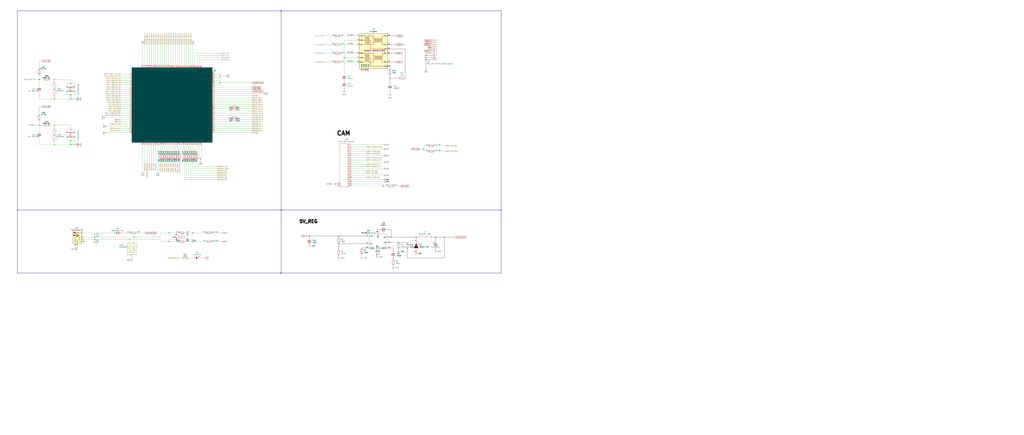
<source format=kicad_sch>
(kicad_sch (version 20250114) (generator "eeschema") (generator_version "9.0")
  (paper "User" 1193.8 508)
  (text "5V_REG" (at 359.664 258.572 0) (effects (font (size 3.81 3.81) (thickness 1.016) (bold yes))))
  (text "CAM" (at 400.558 155.702 0) (effects (font (size 5.08 5.08) (bold yes))))
  (junction (at 496.57 69.85))
  (junction (at 63.5 168.91))
  (junction (at 82.55 151.13))
  (junction (at 224.79 271.78))
  (junction (at 45.72 146.05))
  (junction (at 455.93 276.86))
  (junction (at 394.97 284.48))
  (junction (at 63.5 92.71))
  (junction (at 327.66 245.11))
  (junction (at 82.55 97.79))
  (junction (at 88.9 289.56))
  (junction (at 196.85 271.78))
  (junction (at 584.2 245.11))
  (junction (at 256.54 96.52))
  (junction (at 196.85 281.94))
  (junction (at 151.13 279.4))
  (junction (at 224.79 281.94))
  (junction (at 63.5 146.05))
  (junction (at 82.55 115.57))
  (junction (at 485.14 276.86))
  (junction (at 508 276.86))
  (junction (at 447.04 217.17))
  (junction (at 496.57 64.77))
  (junction (at 110.49 276.86))
  (junction (at 45.72 92.71))
  (junction (at 496.57 67.31))
  (junction (at 360.68 275.59))
  (junction (at 327.66 12.7))
  (junction (at 63.5 115.57))
  (junction (at 256.54 88.9))
  (junction (at 401.32 67.31))
  (junction (at 82.55 110.49))
  (junction (at 233.68 185.42))
  (junction (at 391.16 214.63))
  (junction (at 518.16 276.86))
  (junction (at 20.32 245.11))
  (junction (at 494.03 173.99))
  (junction (at 156.21 276.86))
  (junction (at 82.55 163.83))
  (junction (at 82.55 168.91))
  (junction (at 110.49 279.4))
  (junction (at 454.66 91.44))
  (junction (at 394.97 275.59))
  (junction (at 439.42 297.18))
  (junction (at 327.66 318.77))
  (junction (at 464.82 283.21))
  (no_connect (at 97.79 281.94))
  (wire (pts (xy 45.72 101.6) (xy 45.72 92.71)))
  (wire (pts (xy 269.24 124.46) (xy 250.19 124.46)))
  (wire (pts (xy 191.77 186.69) (xy 191.77 190.5)))
  (wire (pts (xy 421.64 299.72) (xy 421.64 297.18)) (stroke (width 0.1778) (color 0 0 0 1)))
  (wire (pts (xy 222.25 201.93) (xy 252.73 201.93)))
  (wire (pts (xy 269.24 137.16) (xy 250.19 137.16)))
  (wire (pts (xy 252.73 199.39) (xy 224.79 199.39)))
  (wire (pts (xy 97.79 279.4) (xy 110.49 279.4)))
  (wire (pts (xy 458.47 311.15) (xy 458.47 309.88)) (stroke (width 0.1778) (color 0 0 0 1)))
  (wire (pts (xy 394.97 284.48) (xy 394.97 290.83)) (stroke (width 0.1778) (color 0 0 0 1)))
  (wire (pts (xy 219.71 52.07) (xy 219.71 76.2)))
  (bus (pts (xy 20.32 245.11) (xy 20.32 318.77)))
  (wire (pts (xy 201.93 186.69) (xy 201.93 190.5)))
  (wire (pts (xy 252.73 209.55) (xy 214.63 209.55)))
  (wire (pts (xy 401.32 46.99) (xy 416.56 46.99)))
  (wire (pts (xy 140.97 109.22) (xy 151.13 109.22)))
  (wire (pts (xy 186.69 276.86) (xy 186.69 271.78)))
  (wire (pts (xy 140.97 96.52) (xy 151.13 96.52)))
  (wire (pts (xy 140.97 99.06) (xy 151.13 99.06)))
  (wire (pts (xy 176.53 168.91) (xy 176.53 190.5)))
  (wire (pts (xy 171.45 168.91) (xy 171.45 190.5)))
  (wire (pts (xy 440.69 267.97) (xy 443.23 267.97)) (stroke (width 0.1778) (color 0 0 0 1)))
  (wire (pts (xy 461.01 72.39) (xy 454.66 72.39)) (stroke (width 0.1778) (color 0 0 0 1)))
  (wire (pts (xy 397.51 62.23) (xy 416.56 62.23)))
  (wire (pts (xy 45.72 146.05) (xy 50.8 146.05)))
  (wire (pts (xy 82.55 168.91) (xy 82.55 163.83)) (stroke (width 0.254)))
  (wire (pts (xy 410.21 194.31) (xy 426.72 194.31)))
  (wire (pts (xy 87.63 151.13) (xy 87.63 154.94)))
  (wire (pts (xy 208.28 281.94) (xy 196.85 281.94)))
  (wire (pts (xy 496.57 64.77) (xy 504.19 64.77)) (stroke (width 0.1778) (color 0 0 0 1)))
  (wire (pts (xy 184.15 52.07) (xy 184.15 76.2)))
  (wire (pts (xy 199.39 52.07) (xy 199.39 76.2)))
  (wire (pts (xy 232.41 67.31) (xy 257.81 67.31)))
  (wire (pts (xy 219.71 168.91) (xy 219.71 179.07)))
  (wire (pts (xy 45.72 80.01) (xy 45.72 71.12)))
  (wire (pts (xy 293.37 104.14) (xy 250.19 104.14)))
  (wire (pts (xy 232.41 185.42) (xy 233.68 185.42)))
  (bus (pts (xy 327.66 245.11) (xy 327.66 318.77)))
  (wire (pts (xy 394.97 299.72) (xy 394.97 298.45)) (stroke (width 0.1778) (color 0 0 0 1)))
  (wire (pts (xy 458.47 302.26) (xy 458.47 300.99)) (stroke (width 0.1778) (color 0 0 0 1)))
  (wire (pts (xy 209.55 168.91) (xy 209.55 179.07)))
  (wire (pts (xy 250.19 99.06) (xy 256.54 99.06)))
  (wire (pts (xy 494.03 176.53) (xy 494.03 173.99)))
  (wire (pts (xy 377.19 52.07) (xy 389.89 52.07)))
  (bus (pts (xy 327.66 12.7) (xy 584.2 12.7)))
  (wire (pts (xy 181.61 52.07) (xy 181.61 76.2)))
  (wire (pts (xy 140.97 111.76) (xy 151.13 111.76)))
  (wire (pts (xy 397.51 52.07) (xy 416.56 52.07)))
  (wire (pts (xy 506.73 176.53) (xy 519.43 176.53)))
  (bus (pts (xy 20.32 318.77) (xy 327.66 318.77)))
  (wire (pts (xy 394.97 275.59) (xy 425.45 275.59)) (stroke (width 0.1778) (color 0 0 0 1)))
  (wire (pts (xy 214.63 168.91) (xy 214.63 179.07)))
  (wire (pts (xy 454.66 105.41) (xy 454.66 109.22)) (stroke (width 0.1778) (color 0 0 0 1)))
  (wire (pts (xy 77.47 160.02) (xy 77.47 163.83)))
  (wire (pts (xy 63.5 114.3) (xy 63.5 115.57)))
  (wire (pts (xy 397.51 41.91) (xy 416.56 41.91)))
  (wire (pts (xy 392.43 217.17) (xy 391.16 217.17)))
  (wire (pts (xy 233.68 185.42) (xy 234.95 185.42)))
  (wire (pts (xy 204.47 52.07) (xy 204.47 76.2)))
  (wire (pts (xy 293.37 152.4) (xy 250.19 152.4)))
  (wire (pts (xy 450.85 267.97) (xy 455.93 267.97)) (stroke (width 0.1778) (color 0 0 0 1)))
  (wire (pts (xy 224.79 281.94) (xy 224.79 279.4)))
  (wire (pts (xy 506.73 170.18) (xy 519.43 170.18)))
  (wire (pts (xy 45.72 160.02) (xy 45.72 168.91)))
  (wire (pts (xy 63.5 167.64) (xy 63.5 168.91)))
  (wire (pts (xy 234.95 185.42) (xy 234.95 168.91)))
  (wire (pts (xy 194.31 168.91) (xy 194.31 179.07)))
  (wire (pts (xy 401.32 95.25) (xy 401.32 93.98)) (stroke (width 0.1778) (color 0 0 0 1)))
  (wire (pts (xy 110.49 279.4) (xy 151.13 279.4)))
  (wire (pts (xy 455.93 267.97) (xy 455.93 276.86)) (stroke (width 0.1778) (color 0 0 0 1)))
  (wire (pts (xy 447.04 217.17) (xy 452.12 217.17)))
  (wire (pts (xy 293.37 119.38) (xy 250.19 119.38)))
  (bus (pts (xy 327.66 245.11) (xy 20.32 245.11)))
  (wire (pts (xy 184.15 168.91) (xy 184.15 200.66)))
  (wire (pts (xy 410.21 168.91) (xy 447.04 168.91)))
  (wire (pts (xy 63.5 146.05) (xy 58.42 146.05)))
  (wire (pts (xy 410.21 179.07) (xy 426.72 179.07)))
  (wire (pts (xy 82.55 151.13) (xy 77.47 151.13)))
  (wire (pts (xy 356.87 275.59) (xy 360.68 275.59)) (stroke (width 0.1778) (color 0 0 0 1)))
  (wire (pts (xy 179.07 168.91) (xy 179.07 190.5)))
  (wire (pts (xy 224.79 271.78) (xy 240.03 271.78)))
  (wire (pts (xy 140.97 149.86) (xy 151.13 149.86)))
  (wire (pts (xy 97.79 271.78) (xy 132.08 271.78)))
  (wire (pts (xy 441.96 295.91) (xy 441.96 297.18)) (stroke (width 0.1778) (color 0 0 0 1)))
  (bus (pts (xy 20.32 12.7) (xy 20.32 245.11)))
  (wire (pts (xy 410.21 214.63) (xy 447.04 214.63)))
  (wire (pts (xy 196.85 281.94) (xy 196.85 279.4)))
  (wire (pts (xy 87.63 97.79) (xy 87.63 101.6)))
  (wire (pts (xy 209.55 52.07) (xy 209.55 76.2)))
  (wire (pts (xy 401.32 86.36) (xy 401.32 67.31)))
  (wire (pts (xy 410.21 212.09) (xy 447.04 212.09)))
  (wire (pts (xy 189.23 52.07) (xy 189.23 76.2)))
  (wire (pts (xy 189.23 186.69) (xy 189.23 190.5)))
  (wire (pts (xy 194.31 52.07) (xy 194.31 76.2)))
  (wire (pts (xy 410.21 184.15) (xy 426.72 184.15)))
  (wire (pts (xy 217.17 207.01) (xy 252.73 207.01)))
  (wire (pts (xy 156.21 276.86) (xy 186.69 276.86)))
  (wire (pts (xy 214.63 52.07) (xy 214.63 76.2)))
  (wire (pts (xy 140.97 124.46) (xy 151.13 124.46)))
  (wire (pts (xy 204.47 186.69) (xy 204.47 190.5)))
  (wire (pts (xy 293.37 142.24) (xy 250.19 142.24)))
  (wire (pts (xy 502.92 59.69) (xy 504.19 59.69)))
  (wire (pts (xy 77.47 97.79) (xy 77.47 101.6)))
  (wire (pts (xy 140.97 91.44) (xy 151.13 91.44)))
  (wire (pts (xy 250.19 88.9) (xy 256.54 88.9)))
  (wire (pts (xy 140.97 104.14) (xy 151.13 104.14)))
  (wire (pts (xy 227.33 76.2) (xy 227.33 62.23)))
  (wire (pts (xy 63.5 168.91) (xy 82.55 168.91)))
  (wire (pts (xy 229.87 186.69) (xy 229.87 194.31)))
  (wire (pts (xy 377.19 62.23) (xy 389.89 62.23)))
  (wire (pts (xy 186.69 281.94) (xy 196.85 281.94)))
  (wire (pts (xy 232.41 168.91) (xy 232.41 185.42)))
  (wire (pts (xy 179.07 52.07) (xy 179.07 76.2)))
  (wire (pts (xy 77.47 163.83) (xy 82.55 163.83)))
  (wire (pts (xy 394.97 276.86) (xy 394.97 275.59)) (stroke (width 0.1778) (color 0 0 0 1)))
  (wire (pts (xy 454.66 87.63) (xy 454.66 91.44)) (stroke (width 0.1778) (color 0 0 0 1)))
  (wire (pts (xy 45.72 140.97) (xy 45.72 146.05)))
  (wire (pts (xy 454.66 91.44) (xy 464.82 91.44)) (stroke (width 0.1778) (color 0 0 0 1)))
  (wire (pts (xy 391.16 217.17) (xy 391.16 214.63)))
  (wire (pts (xy 168.91 52.07) (xy 168.91 76.2)))
  (wire (pts (xy 518.16 300.99) (xy 518.16 276.86)) (stroke (width 0.1778) (color 0 0 0 1)))
  (wire (pts (xy 82.55 92.71) (xy 82.55 97.79)))
  (wire (pts (xy 508 292.1) (xy 508 289.56)) (stroke (width 0.1778) (color 0 0 0 1)))
  (wire (pts (xy 401.32 67.31) (xy 401.32 46.99)))
  (wire (pts (xy 87.63 110.49) (xy 87.63 106.68)))
  (wire (pts (xy 377.19 41.91) (xy 389.89 41.91)))
  (wire (pts (xy 293.37 106.68) (xy 250.19 106.68)))
  (wire (pts (xy 410.21 196.85) (xy 447.04 196.85)))
  (wire (pts (xy 140.97 132.08) (xy 151.13 132.08)))
  (wire (pts (xy 293.37 137.16) (xy 276.86 137.16)))
  (wire (pts (xy 250.19 86.36) (xy 256.54 86.36)))
  (wire (pts (xy 227.33 186.69) (xy 227.33 196.85)))
  (wire (pts (xy 124.46 154.94) (xy 151.13 154.94)))
  (wire (pts (xy 194.31 186.69) (xy 194.31 190.5)))
  (wire (pts (xy 124.46 147.32) (xy 151.13 147.32)))
  (wire (pts (xy 217.17 186.69) (xy 217.17 207.01)))
  (wire (pts (xy 199.39 186.69) (xy 199.39 190.5)))
  (wire (pts (xy 232.41 76.2) (xy 232.41 67.31)))
  (wire (pts (xy 401.32 67.31) (xy 416.56 67.31)))
  (bus (pts (xy 327.66 12.7) (xy 327.66 245.11)))
  (wire (pts (xy 229.87 64.77) (xy 229.87 76.2)))
  (wire (pts (xy 377.19 72.39) (xy 389.89 72.39)))
  (wire (pts (xy 224.79 168.91) (xy 224.79 179.07)))
  (wire (pts (xy 212.09 52.07) (xy 212.09 76.2)))
  (wire (pts (xy 293.37 154.94) (xy 250.19 154.94)))
  (wire (pts (xy 496.57 69.85) (xy 496.57 80.01)) (stroke (width 0.1778) (color 0 0 0 1)))
  (wire (pts (xy 227.33 62.23) (xy 257.81 62.23)))
  (wire (pts (xy 173.99 52.07) (xy 173.99 76.2)))
  (wire (pts (xy 410.21 189.23) (xy 447.04 189.23)))
  (wire (pts (xy 171.45 52.07) (xy 171.45 76.2)))
  (wire (pts (xy 293.37 121.92) (xy 250.19 121.92)))
  (wire (pts (xy 256.54 86.36) (xy 256.54 88.9)))
  (wire (pts (xy 224.79 279.4) (xy 219.71 279.4)))
  (wire (pts (xy 88.9 289.56) (xy 90.17 289.56)))
  (wire (pts (xy 82.55 115.57) (xy 82.55 110.49)) (stroke (width 0.254)))
  (wire (pts (xy 176.53 52.07) (xy 176.53 76.2)))
  (wire (pts (xy 410.21 191.77) (xy 426.72 191.77)))
  (wire (pts (xy 257.81 281.94) (xy 247.65 281.94)))
  (wire (pts (xy 454.66 77.47) (xy 454.66 80.01)) (stroke (width 0.1778) (color 0 0 0 1)))
  (wire (pts (xy 293.37 101.6) (xy 250.19 101.6)))
  (wire (pts (xy 455.93 289.56) (xy 458.47 289.56)) (stroke (width 0.1778) (color 0 0 0 1)))
  (wire (pts (xy 140.97 142.24) (xy 151.13 142.24)))
  (wire (pts (xy 196.85 271.78) (xy 208.28 271.78)))
  (wire (pts (xy 256.54 96.52) (xy 293.37 96.52)))
  (wire (pts (xy 421.64 289.56) (xy 425.45 289.56)) (stroke (width 0.1778) (color 0 0 0 1)))
  (wire (pts (xy 391.16 214.63) (xy 387.35 214.63)))
  (wire (pts (xy 461.01 62.23) (xy 454.66 62.23)) (stroke (width 0.1778) (color 0 0 0 1)))
  (wire (pts (xy 219.71 204.47) (xy 219.71 186.69)))
  (wire (pts (xy 140.97 106.68) (xy 151.13 106.68)))
  (wire (pts (xy 166.37 168.91) (xy 166.37 200.66)))
  (wire (pts (xy 293.37 147.32) (xy 250.19 147.32)))
  (wire (pts (xy 224.79 271.78) (xy 224.79 274.32)))
  (wire (pts (xy 410.21 204.47) (xy 447.04 204.47)))
  (wire (pts (xy 201.93 168.91) (xy 201.93 179.07)))
  (bus (pts (xy 327.66 318.77) (xy 584.2 318.77)))
  (wire (pts (xy 82.55 97.79) (xy 87.63 97.79)))
  (wire (pts (xy 252.73 204.47) (xy 219.71 204.47)))
  (wire (pts (xy 45.72 154.94) (xy 45.72 146.05)))
  (wire (pts (xy 208.28 300.99) (xy 212.09 300.99)))
  (wire (pts (xy 142.24 271.78) (xy 151.13 271.78)))
  (wire (pts (xy 257.81 64.77) (xy 229.87 64.77)))
  (wire (pts (xy 410.21 199.39) (xy 426.72 199.39)))
  (wire (pts (xy 461.01 41.91) (xy 454.66 41.91)) (stroke (width 0.1778) (color 0 0 0 1)))
  (wire (pts (xy 140.97 114.3) (xy 151.13 114.3)))
  (wire (pts (xy 45.72 92.71) (xy 50.8 92.71)))
  (wire (pts (xy 45.72 115.57) (xy 63.5 115.57)))
  (wire (pts (xy 196.85 271.78) (xy 196.85 274.32)))
  (wire (pts (xy 410.21 176.53) (xy 426.72 176.53)))
  (wire (pts (xy 158.75 271.78) (xy 168.91 271.78)))
  (wire (pts (xy 196.85 168.91) (xy 196.85 179.07)))
  (wire (pts (xy 455.93 283.21) (xy 464.82 283.21)) (stroke (width 0.1778) (color 0 0 0 1)))
  (wire (pts (xy 485.14 279.4) (xy 485.14 276.86)) (stroke (width 0.1778) (color 0 0 0 1)))
  (wire (pts (xy 256.54 93.98) (xy 256.54 96.52)))
  (wire (pts (xy 82.55 92.71) (xy 63.5 92.71)))
  (wire (pts (xy 397.51 72.39) (xy 416.56 72.39)))
  (wire (pts (xy 140.97 144.78) (xy 151.13 144.78)))
  (wire (pts (xy 496.57 67.31) (xy 496.57 69.85)) (stroke (width 0.1778) (color 0 0 0 1)))
  (wire (pts (xy 196.85 279.4) (xy 204.47 279.4)))
  (wire (pts (xy 293.37 134.62) (xy 250.19 134.62)))
  (wire (pts (xy 140.97 127) (xy 151.13 127)))
  (wire (pts (xy 153.67 302.26) (xy 153.67 299.72)))
  (wire (pts (xy 461.01 52.07) (xy 454.66 52.07)) (stroke (width 0.1778) (color 0 0 0 1)))
  (wire (pts (xy 257.81 69.85) (xy 234.95 69.85)))
  (wire (pts (xy 90.17 287.02) (xy 90.17 289.56)))
  (wire (pts (xy 215.9 281.94) (xy 224.79 281.94)))
  (wire (pts (xy 250.19 91.44) (xy 256.54 91.44)))
  (wire (pts (xy 189.23 168.91) (xy 189.23 179.07)))
  (wire (pts (xy 229.87 168.91) (xy 229.87 179.07)))
  (wire (pts (xy 87.63 287.02) (xy 87.63 289.56)))
  (wire (pts (xy 63.5 92.71) (xy 58.42 92.71)))
  (wire (pts (xy 224.79 274.32) (xy 219.71 274.32)))
  (wire (pts (xy 186.69 179.07) (xy 186.69 168.91)))
  (wire (pts (xy 199.39 168.91) (xy 199.39 179.07)))
  (wire (pts (xy 140.97 121.92) (xy 151.13 121.92)))
  (wire (pts (xy 191.77 52.07) (xy 191.77 76.2)))
  (wire (pts (xy 269.24 139.7) (xy 250.19 139.7)))
  (wire (pts (xy 508 281.94) (xy 508 276.86)) (stroke (width 0.1778) (color 0 0 0 1)))
  (wire (pts (xy 82.55 163.83) (xy 87.63 163.83)))
  (wire (pts (xy 464.82 283.21) (xy 474.98 283.21)) (stroke (width 0.1778) (color 0 0 0 1)))
  (wire (pts (xy 82.55 110.49) (xy 87.63 110.49)))
  (wire (pts (xy 87.63 115.57) (xy 82.55 115.57)) (stroke (width 0.254)))
  (wire (pts (xy 293.37 116.84) (xy 250.19 116.84)))
  (wire (pts (xy 87.63 163.83) (xy 87.63 160.02)))
  (wire (pts (xy 45.72 124.46) (xy 48.26 124.46)))
  (wire (pts (xy 186.69 279.4) (xy 186.69 281.94)))
  (wire (pts (xy 45.72 168.91) (xy 63.5 168.91)))
  (wire (pts (xy 77.47 151.13) (xy 77.47 154.94)))
  (wire (pts (xy 474.98 300.99) (xy 518.16 300.99)) (stroke (width 0.1778) (color 0 0 0 1)))
  (wire (pts (xy 472.44 57.15) (xy 472.44 91.44)) (stroke (width 0.1778) (color 0 0 0 1)))
  (wire (pts (xy 360.68 278.13) (xy 360.68 275.59)) (stroke (width 0.1778) (color 0 0 0 1)))
  (wire (pts (xy 293.37 132.08) (xy 250.19 132.08)))
  (wire (pts (xy 40.64 146.05) (xy 45.72 146.05)))
  (wire (pts (xy 250.19 109.22) (xy 307.34 109.22)))
  (wire (pts (xy 82.55 97.79) (xy 77.47 97.79)))
  (wire (pts (xy 410.21 186.69) (xy 426.72 186.69)))
  (wire (pts (xy 256.54 91.44) (xy 256.54 88.9)))
  (wire (pts (xy 252.73 194.31) (xy 229.87 194.31)))
  (wire (pts (xy 227.33 196.85) (xy 252.73 196.85)))
  (wire (pts (xy 238.76 300.99) (xy 233.68 300.99)))
  (wire (pts (xy 140.97 152.4) (xy 151.13 152.4)))
  (bus (pts (xy 327.66 245.11) (xy 584.2 245.11)))
  (wire (pts (xy 496.57 62.23) (xy 504.19 62.23)) (stroke (width 0.1778) (color 0 0 0 1)))
  (wire (pts (xy 222.25 168.91) (xy 222.25 179.07)))
  (wire (pts (xy 63.5 115.57) (xy 82.55 115.57)))
  (wire (pts (xy 250.19 93.98) (xy 256.54 93.98)))
  (wire (pts (xy 410.21 207.01) (xy 426.72 207.01)))
  (wire (pts (xy 110.49 276.86) (xy 156.21 276.86)))
  (wire (pts (xy 45.72 71.12) (xy 48.26 71.12)))
  (wire (pts (xy 123.19 137.16) (xy 151.13 137.16)))
  (bus (pts (xy 584.2 245.11) (xy 584.2 12.7)))
  (wire (pts (xy 293.37 149.86) (xy 250.19 149.86)))
  (wire (pts (xy 454.66 91.44) (xy 454.66 97.79)) (stroke (width 0.1778) (color 0 0 0 1)))
  (wire (pts (xy 392.43 214.63) (xy 391.16 214.63)))
  (wire (pts (xy 63.5 92.71) (xy 63.5 93.98)))
  (wire (pts (xy 494.03 170.18) (xy 499.11 170.18)))
  (wire (pts (xy 496.57 64.77) (xy 496.57 67.31)) (stroke (width 0.1778) (color 0 0 0 1)))
  (wire (pts (xy 186.69 190.5) (xy 186.69 186.69)))
  (bus (pts (xy 327.66 12.7) (xy 20.32 12.7)))
  (wire (pts (xy 196.85 186.69) (xy 196.85 190.5)))
  (wire (pts (xy 140.97 86.36) (xy 151.13 86.36)))
  (wire (pts (xy 45.72 87.63) (xy 45.72 92.71)))
  (wire (pts (xy 454.66 57.15) (xy 472.44 57.15)) (stroke (width 0.1778) (color 0 0 0 1)))
  (wire (pts (xy 234.95 69.85) (xy 234.95 76.2)))
  (wire (pts (xy 140.97 129.54) (xy 151.13 129.54)))
  (wire (pts (xy 360.68 275.59) (xy 394.97 275.59)) (stroke (width 0.1778) (color 0 0 0 1)))
  (wire (pts (xy 217.17 52.07) (xy 217.17 76.2)))
  (wire (pts (xy 217.17 168.91) (xy 217.17 179.07)))
  (wire (pts (xy 45.72 106.68) (xy 45.72 115.57)))
  (wire (pts (xy 77.47 106.68) (xy 77.47 110.49)))
  (wire (pts (xy 82.55 146.05) (xy 82.55 151.13)))
  (wire (pts (xy 508 276.86) (xy 518.16 276.86)) (stroke (width 0.1778) (color 0 0 0 1)))
  (wire (pts (xy 140.97 139.7) (xy 151.13 139.7)))
  (wire (pts (xy 87.63 168.91) (xy 82.55 168.91)) (stroke (width 0.254)))
  (wire (pts (xy 204.47 168.91) (xy 204.47 179.07)))
  (wire (pts (xy 140.97 116.84) (xy 151.13 116.84)))
  (wire (pts (xy 394.97 284.48) (xy 425.45 284.48)) (stroke (width 0.1778) (color 0 0 0 1)))
  (wire (pts (xy 140.97 93.98) (xy 151.13 93.98)))
  (wire (pts (xy 214.63 209.55) (xy 214.63 186.69)))
  (wire (pts (xy 40.64 92.71) (xy 45.72 92.71)))
  (wire (pts (xy 464.82 292.1) (xy 464.82 290.83)) (stroke (width 0.1778) (color 0 0 0 1)))
  (wire (pts (xy 173.99 168.91) (xy 173.99 190.5)))
  (wire (pts (xy 401.32 105.41) (xy 401.32 102.87)) (stroke (width 0.1778) (color 0 0 0 1)))
  (wire (pts (xy 207.01 52.07) (xy 207.01 76.2)))
  (wire (pts (xy 207.01 186.69) (xy 207.01 190.5)))
  (wire (pts (xy 209.55 186.69) (xy 209.55 190.5)))
  (wire (pts (xy 494.03 173.99) (xy 494.03 170.18)))
  (wire (pts (xy 441.96 297.18) (xy 439.42 297.18)) (stroke (width 0.1778) (color 0 0 0 1)))
  (wire (pts (xy 45.72 133.35) (xy 45.72 124.46)))
  (wire (pts (xy 82.55 146.05) (xy 63.5 146.05)))
  (wire (pts (xy 410.21 173.99) (xy 447.04 173.99)))
  (wire (pts (xy 196.85 52.07) (xy 196.85 76.2)))
  (wire (pts (xy 140.97 119.38) (xy 151.13 119.38)))
  (wire (pts (xy 222.25 52.07) (xy 222.25 76.2)))
  (wire (pts (xy 474.98 290.83) (xy 474.98 300.99)) (stroke (width 0.1778) (color 0 0 0 1)))
  (wire (pts (xy 293.37 139.7) (xy 276.86 139.7)))
  (wire (pts (xy 490.22 173.99) (xy 494.03 173.99)))
  (wire (pts (xy 151.13 281.94) (xy 151.13 279.4)))
  (wire (pts (xy 529.59 276.86) (xy 518.16 276.86)) (stroke (width 0.1778) (color 0 0 0 1)))
  (wire (pts (xy 499.11 176.53) (xy 494.03 176.53)))
  (wire (pts (xy 410.21 209.55) (xy 447.04 209.55)))
  (wire (pts (xy 240.03 281.94) (xy 224.79 281.94)))
  (wire (pts (xy 97.79 276.86) (xy 110.49 276.86)))
  (wire (pts (xy 496.57 62.23) (xy 496.57 64.77)) (stroke (width 0.1778) (color 0 0 0 1)))
  (wire (pts (xy 410.21 171.45) (xy 426.72 171.45)))
  (wire (pts (xy 219.71 300.99) (xy 226.06 300.99)))
  (wire (pts (xy 87.63 289.56) (xy 88.9 289.56)))
  (wire (pts (xy 181.61 168.91) (xy 181.61 190.5)))
  (wire (pts (xy 293.37 124.46) (xy 276.86 124.46)))
  (wire (pts (xy 256.54 99.06) (xy 256.54 96.52)))
  (wire (pts (xy 505.46 276.86) (xy 508 276.86)) (stroke (width 0.1778) (color 0 0 0 1)))
  (wire (pts (xy 168.91 168.91) (xy 168.91 190.5)))
  (wire (pts (xy 186.69 271.78) (xy 196.85 271.78)))
  (wire (pts (xy 166.37 52.07) (xy 166.37 76.2)))
  (wire (pts (xy 256.54 88.9) (xy 262.89 88.9)))
  (wire (pts (xy 410.21 217.17) (xy 447.04 217.17)))
  (wire (pts (xy 233.68 185.42) (xy 233.68 187.96)))
  (wire (pts (xy 447.04 214.63) (xy 447.04 217.17)))
  (wire (pts (xy 63.5 146.05) (xy 63.5 147.32)))
  (wire (pts (xy 151.13 279.4) (xy 186.69 279.4)))
  (wire (pts (xy 293.37 127) (xy 276.86 127)))
  (bus (pts (xy 584.2 318.77) (xy 584.2 245.11)))
  (wire (pts (xy 186.69 52.07) (xy 186.69 76.2)))
  (wire (pts (xy 247.65 271.78) (xy 257.81 271.78)))
  (wire (pts (xy 227.33 168.91) (xy 227.33 179.07)))
  (wire (pts (xy 191.77 168.91) (xy 191.77 179.07)))
  (wire (pts (xy 222.25 186.69) (xy 222.25 201.93)))
  (wire (pts (xy 439.42 297.18) (xy 439.42 295.91)) (stroke (width 0.1778) (color 0 0 0 1)))
  (wire (pts (xy 77.47 110.49) (xy 82.55 110.49)))
  (wire (pts (xy 224.79 52.07) (xy 224.79 76.2)))
  (wire (pts (xy 269.24 127) (xy 250.19 127)))
  (wire (pts (xy 156.21 281.94) (xy 156.21 276.86)))
  (wire (pts (xy 410.21 201.93) (xy 426.72 201.93)))
  (wire (pts (xy 140.97 88.9) (xy 151.13 88.9)))
  (wire (pts (xy 458.47 289.56) (xy 458.47 293.37)) (stroke (width 0.1778) (color 0 0 0 1)))
  (wire (pts (xy 293.37 114.3) (xy 250.19 114.3)))
  (wire (pts (xy 455.93 276.86) (xy 485.14 276.86)) (stroke (width 0.1778) (color 0 0 0 1)))
  (wire (pts (xy 215.9 271.78) (xy 224.79 271.78)))
  (wire (pts (xy 293.37 129.54) (xy 250.19 129.54)))
  (wire (pts (xy 201.93 52.07) (xy 201.93 76.2)))
  (wire (pts (xy 496.57 69.85) (xy 504.19 69.85)) (stroke (width 0.1778) (color 0 0 0 1)))
  (wire (pts (xy 293.37 111.76) (xy 250.19 111.76)))
  (wire (pts (xy 140.97 101.6) (xy 151.13 101.6)))
  (wire (pts (xy 207.01 168.91) (xy 207.01 179.07)))
  (wire (pts (xy 224.79 199.39) (xy 224.79 186.69)))
  (wire (pts (xy 196.85 274.32) (xy 204.47 274.32)))
  (wire (pts (xy 250.19 96.52) (xy 256.54 96.52)))
  (wire (pts (xy 502.92 52.07) (xy 504.19 52.07)))
  (wire (pts (xy 82.55 151.13) (xy 87.63 151.13)))
  (wire (pts (xy 140.97 134.62) (xy 151.13 134.62)))
  (wire (pts (xy 466.09 217.17) (xy 459.74 217.17)))
  (wire (pts (xy 293.37 144.78) (xy 250.19 144.78)))
  (wire (pts (xy 439.42 298.45) (xy 439.42 297.18)) (stroke (width 0.1778) (color 0 0 0 1)))
  (wire (pts (xy 496.57 67.31) (xy 504.19 67.31)) (stroke (width 0.1778) (color 0 0 0 1)))
  (wire (pts (xy 410.21 181.61) (xy 447.04 181.61)))
  (label "TX_P0+" (at 405.13 41.91 0))
  (label "RX_P0+" (at 405.13 62.23 0))
  (label "TX_P0-" (at 405.13 52.07 0))
  (label "RX_P0-" (at 405.13 72.39 0))
  (global_label "VCC_1V8" (shape input) (at 490.22 173.99 180) (property "Intersheetrefs" "${INTERSHEET_REFS}" (effects (hide yes))))
  (global_label "VIN" (shape input) (at 504.19 57.15 180) (property "Intersheetrefs" "${INTERSHEET_REFS}" (effects (hide yes))))
  (global_label "RX0_N" (shape input) (at 502.92 59.69 180) (property "Intersheetrefs" "${INTERSHEET_REFS}" (effects (hide yes))))
  (global_label "VIN" (shape input) (at 504.19 54.61 180) (property "Intersheetrefs" "${INTERSHEET_REFS}" (effects (hide yes))))
  (global_label "RX0_P" (shape input) (at 461.01 62.23 0) (property "Intersheetrefs" "${INTERSHEET_REFS}" (effects (hide yes))))
  (global_label "VCC5V0_SYS" (shape input) (at 529.59 276.86 0) (property "Intersheetrefs" "${INTERSHEET_REFS}" (effects (hide yes))))
  (global_label "TRD0_N" (shape input) (at 461.01 52.07 0) (property "Intersheetrefs" "${INTERSHEET_REFS}" (effects (hide yes))))
  (global_label "TRD0_P" (shape input) (at 461.01 41.91 0) (property "Intersheetrefs" "${INTERSHEET_REFS}" (effects (hide yes))))
  (global_label "VCC5V0_SYS" (shape input) (at 293.37 96.52 0) (property "Intersheetrefs" "${INTERSHEET_REFS}" (effects (hide yes))))
  (global_label "RX0_P" (shape input) (at 502.92 52.07 180) (property "Intersheetrefs" "${INTERSHEET_REFS}" (effects (hide yes))))
  (global_label "VCC5V0_SYS" (shape input) (at 168.91 271.78 0) (property "Intersheetrefs" "${INTERSHEET_REFS}" (effects (hide yes))))
  (global_label "VCC_3V3" (shape input) (at 293.37 101.6 0) (property "Intersheetrefs" "${INTERSHEET_REFS}" (effects (hide yes))))
  (global_label "VCC_3V3" (shape input) (at 466.09 217.17 0) (property "Intersheetrefs" "${INTERSHEET_REFS}" (effects (hide yes))))
  (global_label "VIN" (shape input) (at 356.87 275.59 180) (property "Intersheetrefs" "${INTERSHEET_REFS}" (effects (hide yes))))
  (global_label "TRD0_P" (shape input) (at 504.19 46.99 180) (property "Intersheetrefs" "${INTERSHEET_REFS}" (effects (hide yes))))
  (global_label "VCC_1V8" (shape input) (at 48.26 71.12 0) (property "Intersheetrefs" "${INTERSHEET_REFS}" (effects (hide yes))))
  (global_label "VCC_1V8" (shape input) (at 293.37 104.14 0) (property "Intersheetrefs" "${INTERSHEET_REFS}" (effects (hide yes))))
  (global_label "VCC3V3_RTC" (shape input) (at 293.37 106.68 0) (property "Intersheetrefs" "${INTERSHEET_REFS}" (effects (hide yes))))
  (global_label "VCC_1V8" (shape input) (at 48.26 124.46 0) (property "Intersheetrefs" "${INTERSHEET_REFS}" (effects (hide yes))))
  (global_label "TRD0_N" (shape input) (at 504.19 49.53 180) (property "Intersheetrefs" "${INTERSHEET_REFS}" (effects (hide yes))))
  (global_label "RX0_N" (shape input) (at 461.01 72.39 0) (property "Intersheetrefs" "${INTERSHEET_REFS}" (effects (hide yes))))
  (hierarchical_label "MIC0_N" (shape input) (at 173.99 190.5 270))
  (hierarchical_label "SDMMC_DET" (shape input) (at 252.73 209.55 0))
  (hierarchical_label "USB_P" (shape input) (at 140.97 142.24 180))
  (hierarchical_label "GPIO1_C6_d" (shape input) (at 209.55 52.07 90))
  (hierarchical_label "GPIO2_A3_d" (shape input) (at 184.15 52.07 90))
  (hierarchical_label "GPIO2_B1_d" (shape input) (at 168.91 52.07 90))
  (hierarchical_label "EMMC_D4" (shape input) (at 196.85 190.5 270))
  (hierarchical_label "GPIO0_A5_d" (shape input) (at 293.37 139.7 0))
  (hierarchical_label "SDMMC_D3" (shape input) (at 252.73 199.39 0))
  (hierarchical_label "MIPI{slash}LVDS_D3_P" (shape input) (at 140.97 93.98 180))
  (hierarchical_label "MIPI{slash}LVDS_D2_N" (shape input) (at 140.97 96.52 180))
  (hierarchical_label "GPIO0_A6_d" (shape input) (at 293.37 137.16 0))
  (hierarchical_label "USB_N" (shape input) (at 257.81 271.78 0))
  (hierarchical_label "MIPI{slash}LVDS_CLK1_P" (shape input) (at 140.97 88.9 180))
  (hierarchical_label "GPIO1_C1_d" (shape input) (at 196.85 52.07 90))
  (hierarchical_label "MIPI{slash}LVDS_CLK_P" (shape input) (at 426.72 184.15 0))
  (hierarchical_label "ETH_T_N" (shape input) (at 257.81 64.77 0))
  (hierarchical_label "GPIO4_C0_z" (shape input) (at 140.97 149.86 180))
  (hierarchical_label "GPIO1_A0_d" (shape input) (at 293.37 134.62 0))
  (hierarchical_label "EMMC_D5" (shape input) (at 199.39 190.5 270))
  (hierarchical_label "MIPI{slash}LVDS_D0_N" (shape input) (at 140.97 111.76 180))
  (hierarchical_label "USB_DET_IN" (shape input) (at 140.97 144.78 180))
  (hierarchical_label "EMMC_D3" (shape input) (at 194.31 190.5 270))
  (hierarchical_label "SDMMC_CLK" (shape input) (at 252.73 194.31 0))
  (hierarchical_label "MIPI_I2C_SDA" (shape input) (at 140.97 127 180))
  (hierarchical_label "MIPI{slash}LVDS_CLK1_N" (shape input) (at 140.97 86.36 180))
  (hierarchical_label "EMMC_CMD" (shape input) (at 207.01 190.5 270))
  (hierarchical_label "EMMC_D2" (shape input) (at 191.77 190.5 270))
  (hierarchical_label "GPIO1_D2_d" (shape input) (at 219.71 52.07 90))
  (hierarchical_label "MIPI{slash}LVDS_CLK_N" (shape input) (at 140.97 106.68 180))
  (hierarchical_label "GPIO4_C1_z" (shape input) (at 140.97 152.4 180))
  (hierarchical_label "GPIO2_A1_d" (shape input) (at 189.23 52.07 90))
  (hierarchical_label "GPIO4_C0_z" (shape input) (at 40.64 92.71 180))
  (hierarchical_label "GPIO2_A6_d" (shape input) (at 176.53 52.07 90))
  (hierarchical_label "LINEOUT" (shape input) (at 168.91 190.5 270))
  (hierarchical_label "GPIO1_D1_d" (shape input) (at 217.17 52.07 90))
  (hierarchical_label "GPIO3_C6_d" (shape input) (at 208.28 300.99 180))
  (hierarchical_label "GPIO1_C4_d" (shape input) (at 204.47 52.07 90))
  (hierarchical_label "CODEC_MICBIAS" (shape input) (at 171.45 190.5 270))
  (hierarchical_label "MIPI{slash}LVDS_MCLK0" (shape input) (at 426.72 171.45 0))
  (hierarchical_label "MIPI{slash}LVDS_D1_P" (shape input) (at 426.72 191.77 0))
  (hierarchical_label "EMMC_D1" (shape input) (at 189.23 190.5 270))
  (hierarchical_label "SDMMC_CMD" (shape input) (at 252.73 196.85 0))
  (hierarchical_label "GPIO2_A5_d" (shape input) (at 179.07 52.07 90))
  (hierarchical_label "SDMMC_D0" (shape input) (at 252.73 207.01 0))
  (hierarchical_label "MIPI{slash}LVDS_MCLK0" (shape input) (at 140.97 132.08 180))
  (hierarchical_label "MIPI_I2C_SCL" (shape input) (at 426.72 199.39 0))
  (hierarchical_label "SDMMC_D2" (shape input) (at 252.73 201.93 0))
  (hierarchical_label "GPIO1_D0_d" (shape input) (at 214.63 52.07 90))
  (hierarchical_label "GPIO1_B1_d" (shape input) (at 293.37 119.38 0))
  (hierarchical_label "GPIO1_A3_d" (shape input) (at 293.37 127 0))
  (hierarchical_label "GPIO1_D3_d" (shape input) (at 222.25 52.07 90))
  (hierarchical_label "GPIO1_C7_d" (shape input) (at 212.09 52.07 90))
  (hierarchical_label "EMMC_D7" (shape input) (at 204.47 190.5 270))
  (hierarchical_label "ETH_T_P" (shape input) (at 377.19 41.91 180))
  (hierarchical_label "ETH_T_P" (shape input) (at 257.81 62.23 0))
  (hierarchical_label "GPIO1_C0_d" (shape input) (at 194.31 52.07 90))
  (hierarchical_label "MIC1_N" (shape input) (at 179.07 190.5 270))
  (hierarchical_label "ETH_R_N" (shape input) (at 257.81 69.85 0))
  (hierarchical_label "GPIO0_A1_d" (shape input) (at 293.37 149.86 0))
  (hierarchical_label "GPIO1_B2_d" (shape input) (at 293.37 116.84 0))
  (hierarchical_label "MIC0_P" (shape input) (at 176.53 190.5 270))
  (hierarchical_label "GPIO0_A2_d" (shape input) (at 293.37 147.32 0))
  (hierarchical_label "ETH_R_P" (shape input) (at 377.19 62.23 180))
  (hierarchical_label "MIPI{slash}LVDS_D1_N" (shape input) (at 140.97 101.6 180))
  (hierarchical_label "GPIO1_B0_d" (shape input) (at 293.37 121.92 0))
  (hierarchical_label "MIPI{slash}LVDS_D0_N" (shape input) (at 426.72 179.07 0))
  (hierarchical_label "MIPI{slash}LVDS_D1_N" (shape input) (at 426.72 194.31 0))
  (hierarchical_label "EMMC_D6" (shape input) (at 201.93 190.5 270))
  (hierarchical_label "MIPI_I2C_SDA" (shape input) (at 519.43 176.53 0))
  (hierarchical_label "MIPI_I2C3_SDA" (shape input) (at 140.97 119.38 180))
  (hierarchical_label "GPIO1_A1_d" (shape input) (at 293.37 132.08 0))
  (hierarchical_label "GPIO1_C5_d" (shape input) (at 207.01 52.07 90))
  (hierarchical_label "MIPI{slash}LVDS_D0_P" (shape input) (at 426.72 176.53 0))
  (hierarchical_label "GPIO2_A0_d" (shape input) (at 191.77 52.07 90))
  (hierarchical_label "MIPI{slash}LVDS_D3_N" (shape input) (at 140.97 91.44 180))
  (hierarchical_label "MIPI_I2C_SCL" (shape input) (at 140.97 124.46 180))
  (hierarchical_label "SDMMC_D1" (shape input) (at 252.73 204.47 0))
  (hierarchical_label "EMMC_CLK" (shape input) (at 209.55 190.5 270))
  (hierarchical_label "MIPI{slash}LVDS_CLK_N" (shape input) (at 426.72 186.69 0))
  (hierarchical_label "MIC1_P" (shape input) (at 181.61 190.5 270))
  (hierarchical_label "MIPI_I2C_SDA" (shape input) (at 426.72 201.93 0))
  (hierarchical_label "USB_P" (shape input) (at 257.81 281.94 0))
  (hierarchical_label "EMMC_D0" (shape input) (at 186.69 190.5 270))
  (hierarchical_label "GPIO2_A7_d" (shape input) (at 173.99 52.07 90))
  (hierarchical_label "ETH_R_P" (shape input) (at 257.81 67.31 0))
  (hierarchical_label "GPIO1_A4_d" (shape input) (at 293.37 124.46 0))
  (hierarchical_label "ETH_R_N" (shape input) (at 377.19 72.39 180))
  (hierarchical_label "GPIO1_A2_d" (shape input) (at 293.37 129.54 0))
  (hierarchical_label "MIPI{slash}LVDS_D1_P" (shape input) (at 140.97 104.14 180))
  (hierarchical_label "MIPI{slash}LVDS_MCLK1" (shape input) (at 140.97 134.62 180))
  (hierarchical_label "MIPI{slash}LVDS_D2_P" (shape input) (at 140.97 99.06 180))
  (hierarchical_label "NPOR" (shape input) (at 40.64 146.05 180))
  (hierarchical_label "GPIO2_B0_d" (shape input) (at 171.45 52.07 90))
  (hierarchical_label "MIPI{slash}LVDS_D0_P" (shape input) (at 140.97 114.3 180))
  (hierarchical_label "GPIO2_A4_d" (shape input) (at 181.61 52.07 90))
  (hierarchical_label "MIPI{slash}LVDS_RST1" (shape input) (at 140.97 116.84 180))
  (hierarchical_label "MIPI{slash}LVDS_CLK_P" (shape input) (at 140.97 109.22 180))
  (hierarchical_label "GPIO0_A3_u" (shape input) (at 293.37 144.78 0))
  (hierarchical_label "ETH_T_N" (shape input) (at 377.19 52.07 180))
  (hierarchical_label "MIPI_I2C3_SCL" (shape input) (at 140.97 121.92 180))
  (hierarchical_label "NPOR" (shape input) (at 293.37 111.76 0))
  (hierarchical_label "MIPI_I2C_SCL" (shape input) (at 519.43 170.18 0))
  (hierarchical_label "GPIO0_A0_z" (shape input) (at 293.37 152.4 0))
  (hierarchical_label "MIPI{slash}LVDS_RS" (shape input) (at 140.97 129.54 180))
  (hierarchical_label "GPIO1_C3_d" (shape input) (at 201.93 52.07 90))
  (hierarchical_label "USB_N" (shape input) (at 140.97 139.7 180))
  (hierarchical_label "GPIO1_B3_u" (shape input) (at 293.37 114.3 0))
  (hierarchical_label "GPIO0_A4_d" (shape input) (at 293.37 142.24 0))
  (hierarchical_label "GPIO2_A2_d" (shape input) (at 186.69 52.07 90))
  (hierarchical_label "MIPI{slash}LVDS_RST" (shape input) (at 426.72 207.01 0))
  (hierarchical_label "GPIO1_C2_d" (shape input) (at 199.39 52.07 90))
  (symbol (lib_id "power:GND") (at 387.35 214.63 270) (unit 1)
    (property "Reference" "#PWR076" (effects (hide yes)))
    (property "Value" "GND" (at 382.778 214.63 90))
    (property "Description" "Power symbol creates a global label with name \"GND\" , ground" (effects (hide yes)))
  )
  (symbol (lib_id "PCM_SL_Resistors:Resistor") (at 273.05 137.16 0) (unit 1)
    (property "Reference" "R75" (at 279.4 138.43 0) (effects (justify right)))
    (property "Value" "0R" (at 270.256 138.43 0) (effects (justify right)))
    (property "Footprint" "Footprint Library:R_0402_1005Metric" (effects (hide yes)))
    (property "Description" "1/4W Resistor" (effects (hide yes)))
  )
  (symbol (lib_id "power:GND") (at 153.67 302.26 0) (unit 1)
    (property "Reference" "#PWR0129" (effects (hide yes)))
    (property "Value" "GND" (at 149.86 303.53 0))
  )
  (symbol (lib_id "PCM_SL_Resistors:Resistor") (at 227.33 182.88 270) (unit 1)
    (property "Reference" "R66" (at 226.06 189.23 0) (effects (justify right)))
    (property "Value" "DNP" (at 226.06 180.086 0) (effects (justify right)))
    (property "Footprint" "Footprint Library:R_0402_1005Metric" (effects (hide yes)))
    (property "Description" "1/4W Resistor" (effects (hide yes)))
  )
  (symbol (lib_id "power:GND") (at 293.37 154.94 90) (unit 1)
    (property "Reference" "#PWR0102" (effects (hide yes)))
    (property "Value" "GND" (at 298.958 154.94 90))
    (property "Description" "Power symbol creates a global label with name \"GND\" , ground" (effects (hide yes)))
  )
  (symbol (lib_id "power:GND") (at 166.37 52.07 180) (unit 1)
    (property "Reference" "#PWR096" (effects (hide yes)))
    (property "Value" "GND" (at 166.37 48.514 0))
    (property "Description" "Power symbol creates a global label with name \"GND\" , ground" (effects (hide yes)))
  )
  (symbol (lib_id "PCM_SL_Resistors:Resistor") (at 207.01 182.88 270) (unit 1)
    (property "Reference" "R59" (at 205.74 189.23 0) (effects (justify right)))
    (property "Value" "DNP" (at 205.74 180.086 0) (effects (justify right)))
    (property "Footprint" "Footprint Library:R_0402_1005Metric" (effects (hide yes)))
    (property "Description" "1/4W Resistor" (effects (hide yes)))
  )
  (symbol (lib_id "PCM_SL_Resistors:Resistor") (at 154.94 271.78 180) (unit 1)
    (property "Reference" "R45" (at 150.114 270.764 0))
    (property "Value" "DNP" (at 161.544 270.764 0))
    (property "Footprint" "Footprint Library:R_0603_1608Metric" (effects (hide yes)))
  )
  (symbol (lib_id "PCM_SL_Resistors:Resistor") (at 196.85 182.88 270) (unit 1)
    (property "Reference" "R55" (at 195.58 189.23 0) (effects (justify right)))
    (property "Value" "DNP" (at 195.58 180.086 0) (effects (justify right)))
    (property "Footprint" "Footprint Library:R_0402_1005Metric" (effects (hide yes)))
    (property "Description" "1/4W Resistor" (effects (hide yes)))
  )
  (symbol (lib_id "Device:R") (at 393.7 72.39 90) (unit 1)
    (property "Reference" "R32" (at 388.874 71.374 90))
    (property "Value" "0R" (at 399.034 71.374 90))
    (property "Footprint" "Footprint Library:R0402" (effects (hide yes)))
  )
  (symbol (lib_id "power:GND") (at 238.76 300.99 90) (unit 1)
    (property "Reference" "#PWR077" (effects (hide yes)))
    (property "Value" "GND" (at 242.316 300.99 0))
    (property "Description" "Power symbol creates a global label with name \"GND\" , ground" (effects (hide yes)))
  )
  (symbol (lib_id "PCM_SL_Resistors:Resistor") (at 201.93 182.88 270) (unit 1)
    (property "Reference" "R57" (at 200.66 189.23 0) (effects (justify right)))
    (property "Value" "DNP" (at 200.66 180.086 0) (effects (justify right)))
    (property "Footprint" "Footprint Library:R_0402_1005Metric" (effects (hide yes)))
    (property "Description" "1/4W Resistor" (effects (hide yes)))
  )
  (symbol (lib_id "PCM_SL_Resistors:Resistor") (at 273.05 124.46 0) (unit 1)
    (property "Reference" "R73" (at 279.4 125.73 0) (effects (justify right)))
    (property "Value" "0R" (at 270.256 125.73 0) (effects (justify right)))
    (property "Footprint" "Footprint Library:R_0402_1005Metric" (effects (hide yes)))
    (property "Description" "1/4W Resistor" (effects (hide yes)))
  )
  (symbol (lib_id "power:GND") (at 262.89 88.9 90) (unit 1)
    (property "Reference" "#PWR0101" (effects (hide yes)))
    (property "Value" "GND" (at 266.446 88.9 0))
    (property "Description" "Power symbol creates a global label with name \"GND\" , ground" (effects (hide yes)))
  )
  (symbol (lib_id "Device:R") (at 455.93 217.17 90) (unit 1)
    (property "Reference" "R10" (at 460.756 215.9 90))
    (property "Value" "0R" (at 451.358 215.9 90))
    (property "Footprint" "Resistor_SMD:R_0603_1608Metric" (effects (hide yes)))
    (property "Description" "Resistor" (effects (hide yes)))
  )
  (symbol (lib_id "PCM_SL_Resistors:Resistor") (at 219.71 182.88 270) (unit 1)
    (property "Reference" "R63" (at 218.44 189.23 0) (effects (justify right)))
    (property "Value" "DNP" (at 218.44 180.086 0) (effects (justify right)))
    (property "Footprint" "Footprint Library:R_0402_1005Metric" (effects (hide yes)))
    (property "Description" "1/4W Resistor" (effects (hide yes)))
  )
  (symbol (lib_id "power:GND") (at 184.15 200.66 0) (unit 1)
    (property "Reference" "#PWR098" (effects (hide yes)))
    (property "Value" "GND" (at 184.15 204.216 0))
    (property "Description" "Power symbol creates a global label with name \"GND\" , ground" (effects (hide yes)))
  )
  (symbol (lib_id "PCM_SL_Resistors:Resistor") (at 45.72 83.82 270) (unit 1)
    (property "Reference" "R27" (at 52.578 78.232 90) (effects (justify right)))
    (property "Value" "10K %5" (at 53.848 80.264 90) (effects (justify right)))
    (property "Footprint" "Footprint Library:R_0402_1005Metric" (effects (hide yes)))
    (property "Description" "1/4W Resistor" (effects (hide yes)))
  )
  (symbol (lib_id "PCM_SL_Resistors:Resistor") (at 194.31 182.88 270) (unit 1)
    (property "Reference" "R54" (at 193.04 189.23 0) (effects (justify right)))
    (property "Value" "DNP" (at 193.04 180.086 0) (effects (justify right)))
    (property "Footprint" "Footprint Library:R_0402_1005Metric" (effects (hide yes)))
    (property "Description" "1/4W Resistor" (effects (hide yes)))
  )
  (symbol (lib_id "PCM_SL_Devices:Capacitor_NP") (at 45.72 157.48 270) (unit 1)
    (property "Reference" "C78" (at 37.338 157.48 90) (effects (justify left)))
    (property "Value" "1nF C0G 50V" (at 32.512 159.512 90) (effects (justify left)))
    (property "Footprint" "Footprint Library:C_0402_1005Metric" (effects (hide yes)))
    (property "Description" "Unpolarized Capacitor" (effects (hide yes)))
  )
  (symbol (lib_name "Conn_01x08_Female_1") (lib_id "Connector:Conn_01x08_Female") (at 509.27 54.61 0) (unit 1)
    (property "Reference" "J13" (at 497.332 71.882 0) (effects (justify left)))
    (property "Value" "JST_1x8-1MP_P1.25mm_Vertical" (at 497.332 74.422 0) (effects (justify left)))
    (property "Footprint" "Footprint Library:JST_1x8_1MP_P1.25mm_Vertical" (effects (hide yes)))
  )
  (symbol (lib_id "PCM_SL_Resistors:Resistor") (at 212.09 271.78 180) (unit 1)
    (property "Reference" "R48" (at 207.264 270.764 0))
    (property "Value" "0R" (at 218.694 270.764 0))
    (property "Footprint" "Footprint Library:R_0603_1608Metric" (effects (hide yes)))
  )
  (symbol (lib_id "power:GND") (at 458.47 311.15 0) (unit 1)
    (property "Reference" "#PWR027" (effects (hide yes)))
    (property "Value" "GND" (at 461.01 312.4199 0) (effects (justify left)))
  )
  (symbol (lib_id "power:GND") (at 233.68 187.96 0) (unit 1)
    (property "Reference" "#PWR0100" (effects (hide yes)))
    (property "Value" "GND" (at 233.68 191.516 0))
    (property "Description" "Power symbol creates a global label with name \"GND\" , ground" (effects (hide yes)))
  )
  (symbol (lib_name "MP1584EN_1") (lib_id "MP1584:MP1584EN") (at 425.45 275.59 0) (unit 1)
    (property "Reference" "IC2" (at 429.26 269.24 0))
    (property "Value" "MP1584EN-LF-Z" (at 429.26 271.78 0))
    (property "Footprint" "Footprint Library:MP1584N" (effects (hide yes)))
    (property "Datasheet" "https://www.ozdisan.com/integrated-circuits-ics/power-management-ics/dc-dc-switching-voltage-regulators/MP1584EN-LF-Z/591798" (effects (hide yes)))
    (property "Description" "Switching Voltage Regulators 3A 1.5MHz 28V Nonsync Buck" (effects (hide yes)))
    (property "MPN" "MP1584EN-LF-Z" (effects (hide yes)))
  )
  (symbol (lib_id "power:GND") (at 508 292.1 0) (unit 1)
    (property "Reference" "#PWR033" (effects (hide yes)))
    (property "Value" "GND" (at 510.54 293.3699 0) (effects (justify left)))
  )
  (symbol (lib_id "CDRH74NP-100MC-B:CDRH74NP-100MC-B") (at 485.14 276.86 0) (unit 1)
    (property "Reference" "L2" (at 495.3 270.51 0))
    (property "Value" "SRI0704-100M" (at 495.3 273.05 0))
    (property "Footprint" "Footprint Library:SRI0704-100M" (effects (hide yes)))
    (property "Datasheet" "https://www.ozdisan.com/passive-components/inductors/fixed-inductors/SRI0704-100M/587798" (effects (hide yes)))
    (property "Description" "Fixed Inductors 10uH 1.84A" (effects (hide yes)))
    (property "MPN" "SRI0704-100M" (effects (hide yes)))
  )
  (symbol (lib_id "power:GND") (at 124.46 154.94 270) (unit 1)
    (property "Reference" "#PWR095" (effects (hide yes)))
    (property "Value" "GND" (at 120.904 154.94 0))
    (property "Description" "Power symbol creates a global label with name \"GND\" , ground" (effects (hide yes)))
  )
  (symbol (lib_id "SS14:SS14") (at 137.16 271.78 0) (mirror x) (unit 1)
    (property "Reference" "D32" (at 136.906 266.7 0))
    (property "Value" "MBR230LSFT1G" (at 136.906 269.24 0))
    (property "Footprint" "Footprint Library:SS14" (effects (hide yes)))
    (property "MPN" "MBR230LSFT1G" (effects (hide yes)))
  )
  (symbol (lib_id "Device:R") (at 393.7 41.91 90) (unit 1)
    (property "Reference" "R29" (at 388.874 40.894 90))
    (property "Value" "0R" (at 399.034 40.894 90))
    (property "Footprint" "Footprint Library:R0402" (effects (hide yes)))
  )
  (symbol (lib_id "power:GND") (at 485.14 294.64 0) (unit 1)
    (property "Reference" "#PWR029" (effects (hide yes)))
    (property "Value" "GND" (at 487.68 295.9099 0) (effects (justify left)))
  )
  (symbol (lib_id "power:GND") (at 454.66 109.22 0) (unit 1)
    (property "Reference" "#PWR093" (effects (hide yes)))
    (property "Value" "GND" (at 454.66 114.3 0))
  )
  (symbol (lib_id "PCM_SL_Resistors:Resistor") (at 204.47 182.88 270) (unit 1)
    (property "Reference" "R58" (at 203.2 189.23 0) (effects (justify right)))
    (property "Value" "DNP" (at 203.2 180.086 0) (effects (justify right)))
    (property "Footprint" "Footprint Library:R_0402_1005Metric" (effects (hide yes)))
    (property "Description" "1/4W Resistor" (effects (hide yes)))
  )
  (symbol (lib_id "PCM_SL_Devices:LED") (at 229.87 300.99 0) (unit 1)
    (property "Reference" "D2" (at 229.87 294.64 0))
    (property "Value" "LED_White" (at 229.87 297.18 0))
    (property "Footprint" "LED_SMD:LED_0603_1608Metric" (effects (hide yes)))
    (property "Description" "Common 5mm diameter LED" (effects (hide yes)))
  )
  (symbol (lib_id "PCM_SL_Resistors:Resistor") (at 217.17 182.88 270) (unit 1)
    (property "Reference" "R62" (at 215.9 189.23 0) (effects (justify right)))
    (property "Value" "DNP" (at 215.9 180.086 0) (effects (justify right)))
    (property "Footprint" "Footprint Library:R_0402_1005Metric" (effects (hide yes)))
    (property "Description" "1/4W Resistor" (effects (hide yes)))
  )
  (symbol (lib_id "PCM_SL_Resistors:Resistor") (at 214.63 182.88 270) (unit 1)
    (property "Reference" "R61" (at 213.36 189.23 0) (effects (justify right)))
    (property "Value" "DNP" (at 213.36 180.086 0) (effects (justify right)))
    (property "Footprint" "Footprint Library:R_0402_1005Metric" (effects (hide yes)))
    (property "Description" "1/4W Resistor" (effects (hide yes)))
  )
  (symbol (lib_id "power:GND") (at 166.37 200.66 0) (unit 1)
    (property "Reference" "#PWR097" (effects (hide yes)))
    (property "Value" "GND" (at 166.37 204.216 0))
    (property "Description" "Power symbol creates a global label with name \"GND\" , ground" (effects (hide yes)))
  )
  (symbol (lib_id "Device:C") (at 401.32 90.17 0) (unit 1)
    (property "Reference" "C74" (at 405.13 88.8999 0) (effects (justify left)))
    (property "Value" "0.01uF" (at 405.13 91.4399 0) (effects (justify left)))
    (property "Footprint" "Capacitor_SMD:C_0603_1608Metric" (effects (hide yes)))
  )
  (symbol (lib_name "Conn_01x30_Pin_9") (lib_id "Connector:Conn_01x30_Pin") (at 405.13 204.47 0) (unit 1)
    (property "Reference" "J28" (at 403.987 162.687 0))
    (property "Value" "FPC-05F-20PH20" (at 403.987 165.227 0))
    (property "Footprint" "Footprint Library:FFC SOCKET DR_DWN 0.5MM -20P" (effects (hide yes)))
    (property "Description" "Generic connector, single row, 01x30, script generated" (effects (hide yes)))
  )
  (symbol (lib_id "PCM_SL_Devices:Capacitor_NP") (at 45.72 104.14 270) (unit 1)
    (property "Reference" "C77" (at 37.338 104.14 90) (effects (justify left)))
    (property "Value" "1nF C0G 50V" (at 32.512 106.172 90) (effects (justify left)))
    (property "Footprint" "Footprint Library:C_0402_1005Metric" (effects (hide yes)))
    (property "Description" "Unpolarized Capacitor" (effects (hide yes)))
  )
  (symbol (lib_id "power:GND") (at 394.97 299.72 0) (unit 1)
    (property "Reference" "#PWR024" (effects (hide yes)))
    (property "Value" "GND" (at 397.51 300.9899 0) (effects (justify left)))
  )
  (symbol (lib_id "power:GND") (at 447.04 204.47 90) (unit 1)
    (property "Reference" "#PWR073" (effects (hide yes)))
    (property "Value" "GND" (at 451.612 204.47 90))
    (property "Description" "Power symbol creates a global label with name \"GND\" , ground" (effects (hide yes)))
  )
  (symbol (lib_id "Device:R") (at 393.7 52.07 90) (unit 1)
    (property "Reference" "R30" (at 388.874 51.054 90))
    (property "Value" "0R" (at 399.034 51.054 90))
    (property "Footprint" "Footprint Library:R0402" (effects (hide yes)))
  )
  (symbol (lib_id "PCM_SL_Resistors:Resistor") (at 224.79 182.88 270) (unit 1)
    (property "Reference" "R65" (at 223.52 189.23 0) (effects (justify right)))
    (property "Value" "DNP" (at 223.52 180.086 0) (effects (justify right)))
    (property "Footprint" "Footprint Library:R_0402_1005Metric" (effects (hide yes)))
    (property "Description" "1/4W Resistor" (effects (hide yes)))
  )
  (symbol (lib_id "H1102NL:H1102NL") (at 436.88 59.69 0) (unit 1)
    (property "Reference" "T1" (at 435.61 34.29 0))
    (property "Value" "H1102NL" (at 435.61 36.83 0))
    (property "Footprint" "Footprint Library:H1102NL" (at 436.88 59.69 0) (effects (justify bottom)))
    (property "Datasheet" "https://www.ozdisan.com/pasif-komponentler/trafolar/puls-trafolari/H1102NL?srsltid=AfmBOopR3wJQ5FjIjPuUFP_J9h3l2N3vCiKGA-uyqbqUygb7cf0HJmyr" (effects (hide yes)))
    (property "MPN" "H1102NL" (effects (hide yes)))
  )
  (symbol (lib_id "NINA-B411-altium-import:GND") (at 87.63 168.91 90) (unit 1)
    (property "Reference" "#PWR0137" (effects (hide yes)))
    (property "Value" "GND" (at 93.98 168.91 0))
  )
  (symbol (lib_id "Device:C") (at 447.04 267.97 270) (unit 1)
    (property "Reference" "C23" (at 447.04 260.35 90))
    (property "Value" "100nF" (at 447.04 262.89 90))
    (property "Footprint" "Capacitor_SMD:C_0402_1005Metric" (effects (hide yes)))
  )
  (symbol (lib_id "PCM_SL_Resistors:Resistor") (at 186.69 182.88 270) (unit 1)
    (property "Reference" "R51" (at 185.42 189.23 0) (effects (justify right)))
    (property "Value" "DNP" (at 185.42 180.086 0) (effects (justify right)))
    (property "Footprint" "Footprint Library:R_0402_1005Metric" (effects (hide yes)))
    (property "Description" "1/4W Resistor" (effects (hide yes)))
  )
  (symbol (lib_id "power:GND") (at 421.64 299.72 0) (unit 1)
    (property "Reference" "#PWR025" (effects (hide yes)))
    (property "Value" "GND" (at 424.18 300.9899 0) (effects (justify left)))
  )
  (symbol (lib_id "power:GND") (at 447.04 196.85 90) (unit 1)
    (property "Reference" "#PWR072" (effects (hide yes)))
    (property "Value" "GND" (at 451.612 196.85 90))
    (property "Description" "Power symbol creates a global label with name \"GND\" , ground" (effects (hide yes)))
  )
  (symbol (lib_id "Device:R") (at 394.97 294.64 0) (unit 1)
    (property "Reference" "R6" (at 397.51 293.37 0) (effects (justify left)))
    (property "Value" "24.9K" (at 397.51 295.91 0) (effects (justify left)))
    (property "Footprint" "Footprint Library:R_0603_1608Metric" (effects (hide yes)))
    (property "Datasheet" "https://www.ozdisan.com/passive-components/resistors/smt-smd-and-chip-resistors/0603SAF2492T5E/505928" (effects (hide yes)))
    (property "MPN" "0603SAF2492T5E" (effects (hide yes)))
  )
  (symbol (lib_id "Connector:TestPoint") (at 110.49 279.4 180) (unit 1)
    (property "Reference" "TP2" (at 115.062 280.67 0) (effects (justify left)))
    (property "Value" "DNP" (at 115.57 282.702 0) (effects (justify left)))
    (property "Footprint" "Footprint Library:Test_Point" (effects (hide yes)))
    (property "Description" "test point" (effects (hide yes)))
  )
  (symbol (lib_id "PCM_SL_Resistors:Resistor") (at 229.87 182.88 270) (unit 1)
    (property "Reference" "R67" (at 228.6 189.23 0) (effects (justify right)))
    (property "Value" "DNP" (at 228.6 180.086 0) (effects (justify right)))
    (property "Footprint" "Footprint Library:R_0402_1005Metric" (effects (hide yes)))
    (property "Description" "1/4W Resistor" (effects (hide yes)))
  )
  (symbol (lib_id "power:GND") (at 123.19 137.16 270) (unit 1)
    (property "Reference" "#PWR078" (effects (hide yes)))
    (property "Value" "GND" (at 119.634 137.16 0))
    (property "Description" "Power symbol creates a global label with name \"GND\" , ground" (effects (hide yes)))
  )
  (symbol (lib_id "Device:R") (at 468.63 91.44 90) (unit 1)
    (property "Reference" "R71" (at 468.63 85.09 90))
    (property "Value" "75R" (at 468.63 87.63 90))
    (property "Footprint" "Resistor_SMD:R_0603_1608Metric" (effects (hide yes)))
  )
  (symbol (lib_id "Connector:USB_OTG") (at 90.17 276.86 0) (unit 1)
    (property "Reference" "J20" (at 87.376 265.938 0) (effects (justify left)))
    (property "Value" "MICRO XNJ ZB" (at 82.55 267.97 0) (effects (justify left)))
    (property "Footprint" "Footprint Library:Micro-B SMD" (effects (hide yes)))
    (property "Datasheet" " ~" (effects (hide yes)))
    (property "Description" "USB mini/micro connector" (effects (hide yes)))
    (property "MPN" "SHOU HAN MICRO XNJ ZB" (effects (hide yes)))
  )
  (symbol (lib_id "Device:R") (at 393.7 62.23 90) (unit 1)
    (property "Reference" "R31" (at 388.874 61.214 90))
    (property "Value" "0R" (at 399.034 61.214 90))
    (property "Footprint" "Footprint Library:R0402" (effects (hide yes)))
  )
  (symbol (lib_id "power:GND") (at 307.34 109.22 90) (unit 1)
    (property "Reference" "#PWR0103" (effects (hide yes)))
    (property "Value" "GND" (at 310.896 109.22 0))
    (property "Description" "Power symbol creates a global label with name \"GND\" , ground" (effects (hide yes)))
  )
  (symbol (lib_id "PCM_SL_Resistors:Resistor") (at 273.05 139.7 0) (unit 1)
    (property "Reference" "R76" (at 279.4 140.97 0) (effects (justify right)))
    (property "Value" "0R" (at 270.256 140.97 0) (effects (justify right)))
    (property "Footprint" "Footprint Library:R_0402_1005Metric" (effects (hide yes)))
    (property "Description" "1/4W Resistor" (effects (hide yes)))
  )
  (symbol (lib_id "PCM_SL_Resistors:Resistor") (at 212.09 281.94 180) (unit 1)
    (property "Reference" "R49" (at 207.264 280.924 0))
    (property "Value" "0R" (at 218.694 280.924 0))
    (property "Footprint" "Footprint Library:R_0603_1608Metric" (effects (hide yes)))
  )
  (symbol (lib_id "power:GND") (at 496.57 80.01 0) (unit 1)
    (property "Reference" "#PWR094" (effects (hide yes)))
    (property "Value" "GND" (at 496.57 83.82 0))
  )
  (symbol (lib_id "PCM_SL_Resistors:Resistor") (at 502.92 170.18 180) (unit 1)
    (property "Reference" "R43" (at 496.57 169.164 0) (effects (justify right)))
    (property "Value" "4.7K %5" (at 505.46 168.91 0) (effects (justify right)))
    (property "Footprint" "Footprint Library:R_0402_1005Metric" (effects (hide yes)))
    (property "Description" "1/4W Resistor" (effects (hide yes)))
  )
  (symbol (lib_id "Device:R") (at 454.66 83.82 180) (unit 1)
    (property "Reference" "R70" (at 457.2 82.5499 0) (effects (justify right)))
    (property "Value" "75R" (at 457.2 85.0899 0) (effects (justify right)))
    (property "Footprint" "Resistor_SMD:R_0603_1608Metric" (effects (hide yes)))
  )
  (symbol (lib_id "PCM_SL_Resistors:Resistor") (at 243.84 271.78 180) (unit 1)
    (property "Reference" "R46" (at 239.014 270.764 0))
    (property "Value" "2.2R %5" (at 250.444 270.764 0))
    (property "Footprint" "Footprint Library:R_0402_1005Metric" (effects (hide yes)))
    (property "Description" "1/4W Resistor" (effects (hide yes)))
  )
  (symbol (lib_id "Device:R") (at 474.98 287.02 0) (unit 1)
    (property "Reference" "R18" (at 477.52 285.75 0) (effects (justify left)))
    (property "Value" "210K" (at 477.52 288.29 0) (effects (justify left)))
    (property "Footprint" "Resistor_SMD:R_0603_1608Metric" (effects (hide yes)))
    (property "Datasheet" "https://www.ozdisan.com/passive-components/resistors/smt-smd-and-chip-resistors/0603SAF2103T5E/505983" (effects (hide yes)))
    (property "MPN" "0603SAF2103T5E" (effects (hide yes)))
  )
  (symbol (lib_id "Device:C") (at 360.68 281.94 180) (unit 1)
    (property "Reference" "C22" (at 364.49 280.67 0) (effects (justify right)))
    (property "Value" "10uF" (at 364.49 283.21 0) (effects (justify right)))
    (property "Footprint" "Capacitor_SMD:C_0603_1608Metric" (effects (hide yes)))
    (property "Datasheet" "https://www.ozdisan.com/passive-components/capacitors/smt-smd-and-mlcc-capacitors/CL10A106KQ8NNNC/416992" (effects (hide yes)))
    (property "MPN" "CL10A106KQ8NNNC" (effects (hide yes)))
  )
  (symbol (lib_id "Device:C") (at 458.47 297.18 180) (unit 1)
    (property "Reference" "C24" (at 462.28 295.91 0) (effects (justify right)))
    (property "Value" "150pF" (at 462.28 298.45 0) (effects (justify right)))
    (property "Footprint" "Capacitor_SMD:C_0603_1608Metric" (effects (hide yes)))
    (property "Datasheet" "https://www.ozdisan.com/passive-components/capacitors/smt-smd-and-mlcc-capacitors/CC0603JRNPO9BN151/747753" (effects (hide yes)))
    (property "MPN" "CC0603JRNPO9BN151" (effects (hide yes)))
  )
  (symbol (lib_id "PCM_SL_Resistors:Resistor") (at 209.55 182.88 270) (unit 1)
    (property "Reference" "R60" (at 208.28 189.23 0) (effects (justify right)))
    (property "Value" "DNP" (at 208.28 180.086 0) (effects (justify right)))
    (property "Footprint" "Footprint Library:R_0402_1005Metric" (effects (hide yes)))
    (property "Description" "1/4W Resistor" (effects (hide yes)))
  )
  (symbol (lib_id "*:root_0_ESD_ESDA6V8UL_*") (at 148.59 284.48 0) (unit 1)
    (property "Reference" "ESD1" (at 138.938 286.512 0) (effects (justify left bottom)))
    (property "Value" "ESD5302F" (at 138.938 289.052 0) (effects (justify left bottom)))
    (property "Footprint" "Footprint Library:SOT-23-Diode" (effects (hide yes)))
    (property "Description" "ESD5302F" (effects (hide yes)))
  )
  (symbol (lib_id "PCM_SL_Resistors:Resistor") (at 222.25 182.88 270) (unit 1)
    (property "Reference" "R64" (at 220.98 189.23 0) (effects (justify right)))
    (property "Value" "DNP" (at 220.98 180.086 0) (effects (justify right)))
    (property "Footprint" "Footprint Library:R_0402_1005Metric" (effects (hide yes)))
    (property "Description" "1/4W Resistor" (effects (hide yes)))
  )
  (symbol (lib_id "PCM_SL_Resistors:Resistor") (at 54.61 92.71 0) (unit 1)
    (property "Reference" "R28" (at 56.388 88.646 0) (effects (justify right)))
    (property "Value" "100R %5" (at 58.166 90.678 0) (effects (justify right)))
    (property "Footprint" "Footprint Library:R_0402_1005Metric" (effects (hide yes)))
    (property "Description" "1/4W Resistor" (effects (hide yes)))
  )
  (symbol (lib_id "Device:C") (at 401.32 99.06 0) (unit 1)
    (property "Reference" "C75" (at 405.13 97.7899 0) (effects (justify left)))
    (property "Value" "0.01uF" (at 405.13 100.3299 0) (effects (justify left)))
    (property "Footprint" "Capacitor_SMD:C_0603_1608Metric" (effects (hide yes)))
  )
  (symbol (lib_id "PCM_SL_Resistors:Resistor") (at 273.05 127 0) (unit 1)
    (property "Reference" "R74" (at 279.4 128.27 0) (effects (justify right)))
    (property "Value" "0R" (at 270.256 128.27 0) (effects (justify right)))
    (property "Footprint" "Footprint Library:R_0402_1005Metric" (effects (hide yes)))
    (property "Description" "1/4W Resistor" (effects (hide yes)))
  )
  (symbol (lib_id "PCM_SL_Resistors:Resistor") (at 502.92 176.53 180) (unit 1)
    (property "Reference" "R44" (at 496.57 175.514 0) (effects (justify right)))
    (property "Value" "4.7K %5" (at 505.714 175.514 0) (effects (justify right)))
    (property "Footprint" "Footprint Library:R_0402_1005Metric" (effects (hide yes)))
    (property "Description" "1/4W Resistor" (effects (hide yes)))
  )
  (symbol (lib_id "PCM_SL_Resistors:Resistor") (at 54.61 146.05 0) (unit 1)
    (property "Reference" "R42" (at 56.388 141.986 0) (effects (justify right)))
    (property "Value" "100R %5" (at 58.166 144.018 0) (effects (justify right)))
    (property "Footprint" "Footprint Library:R_0402_1005Metric" (effects (hide yes)))
    (property "Description" "1/4W Resistor" (effects (hide yes)))
  )
  (symbol (lib_id "power:GND") (at 88.9 289.56 0) (unit 1)
    (property "Reference" "#PWR0128" (effects (hide yes)))
    (property "Value" "GND" (at 85.09 290.83 0))
  )
  (symbol (lib_id "RV1106:Core1106G3") (at 201.93 66.04 0) (unit 1)
    (property "Reference" "U5" (at 250.19 81.2098 0))
    (property "Value" "DNP" (at 250.19 83.1149 0))
    (property "Footprint" "Footprint Library:Core1106-SMT" (effects (hide yes)))
  )
  (symbol (lib_id "power:GND") (at 447.04 212.09 90) (unit 1)
    (property "Reference" "#PWR075" (effects (hide yes)))
    (property "Value" "GND" (at 451.866 212.09 90))
    (property "Description" "Power symbol creates a global label with name \"GND\" , ground" (effects (hide yes)))
  )
  (symbol (lib_id "power:GND") (at 447.04 173.99 90) (unit 1)
    (property "Reference" "#PWR031" (effects (hide yes)))
    (property "Value" "GND" (at 451.612 173.99 90))
    (property "Description" "Power symbol creates a global label with name \"GND\" , ground" (effects (hide yes)))
  )
  (symbol (lib_id "PCM_SL_Resistors:Resistor") (at 243.84 281.94 180) (unit 1)
    (property "Reference" "R47" (at 239.014 280.924 0))
    (property "Value" "2.2R %5" (at 250.444 280.924 0))
    (property "Footprint" "Footprint Library:R_0402_1005Metric" (effects (hide yes)))
    (property "Description" "1/4W Resistor" (effects (hide yes)))
  )
  (symbol (lib_id "Device:C") (at 454.66 101.6 0) (unit 1)
    (property "Reference" "C76" (at 458.47 100.3299 0) (effects (justify left)))
    (property "Value" "1000pF" (at 458.47 102.8699 0) (effects (justify left)))
    (property "Footprint" "Capacitor_SMD:C_0603_1608Metric" (effects (hide yes)))
  )
  (symbol (lib_id "Device:R") (at 458.47 306.07 0) (unit 1)
    (property "Reference" "R8" (at 461.01 304.8 0) (effects (justify left)))
    (property "Value" "100K" (at 461.01 307.34 0) (effects (justify left)))
    (property "Footprint" "Footprint Library:R_0603_1608Metric" (effects (hide yes)))
    (property "Datasheet" "https://www.ozdisan.com/passive-components/resistors/smt-smd-and-chip-resistors/0603SAJ0104TDE/344195" (effects (hide yes)))
    (property "MPN" "0603SAJ0104TDE" (effects (hide yes)))
  )
  (symbol (lib_id "SP0402B-ULC-01ETG:SP0402B-ULC-01ETG") (at 63.5 93.98 270) (unit 1)
    (property "Reference" "D34" (at 67.31 103.632 90) (effects (justify left)))
    (property "Value" "ESD5451N" (at 65.024 105.918 90) (effects (justify left)))
    (property "Footprint" "Footprint Library:ESD5341N" (effects (hide yes)))
    (property "Datasheet" "https://www.mouser.com/datasheet/2/240/Littelfuse_TVS_Diode_Array_Ultra_Low_Capacitance_D-1021420.pdf" (effects (hide yes)))
    (property "Description" "ESD Suppressors / TVS Diodes 5V .13pF 20kV" (effects (hide yes)))
    (property "Manufacturer_Name" "LITTELFUSE" (effects (hide yes)))
    (property "Manufacturer_Part_Number" "SP0402B-ULC-01ETG" (effects (hide yes)))
    (property "Mouser Part Number" "576-SP0402BULC-01ETG" (effects (hide yes)))
    (property "Mouser Price/Stock" "https://www.mouser.co.uk/ProductDetail/Littelfuse/SP0402B-ULC-01ETG?qs=lM4gFlnEeENx4cnTNlk34g%3D%3D" (effects (hide yes)))
    (property "Arrow Part Number" "SP0402B-ULC-01ETG" (effects (hide yes)))
    (property "Arrow Price/Stock" "https://www.arrow.com/en/products/sp0402b-ulc-01etg/littelfuse?region=nac" (effects (hide yes)))
    (property "MPN" "ESD5341N" (effects (hide yes)))
  )
  (symbol (lib_id "PCM_SL_Resistors:Resistor") (at 191.77 182.88 270) (unit 1)
    (property "Reference" "R53" (at 190.5 189.23 0) (effects (justify right)))
    (property "Value" "DNP" (at 190.5 180.086 0) (effects (justify right)))
    (property "Footprint" "Footprint Library:R_0402_1005Metric" (effects (hide yes)))
    (property "Description" "1/4W Resistor" (effects (hide yes)))
  )
  (symbol (lib_id "SS34FA:SS34FA") (at 485.14 276.86 270) (unit 1)
    (property "Reference" "D3" (at 488.95 285.75 90) (effects (justify left)))
    (property "Value" "SS34C-MD" (at 488.95 288.29 90) (effects (justify left)))
    (property "Footprint" "Footprint Library:SS34FA" (effects (hide yes)))
    (property "Datasheet" "https://www.ozdisan.com/power-semiconductors/diodes-diode-modules-and-rectifiers/schottky-diodes/SS34C-MD/961961" (effects (hide yes)))
    (property "Description" "ON SEMICONDUCTOR - SS34FA - SCHOTTKY RECT, AEC-Q101, 40V, SOD-123FA" (effects (hide yes)))
    (property "MPN" "SS34C-MD" (effects (hide yes)))
  )
  (symbol (lib_id "power:GND") (at 401.32 105.41 0) (unit 1)
    (property "Reference" "#PWR091" (effects (hide yes)))
    (property "Value" "GND" (at 401.32 110.49 0))
  )
  (symbol (lib_id "PCM_SL_Resistors:Resistor") (at 199.39 182.88 270) (unit 1)
    (property "Reference" "R56" (at 198.12 189.23 0) (effects (justify right)))
    (property "Value" "DNP" (at 198.12 180.086 0) (effects (justify right)))
    (property "Footprint" "Footprint Library:R_0402_1005Metric" (effects (hide yes)))
    (property "Description" "1/4W Resistor" (effects (hide yes)))
  )
  (symbol (lib_id "Connector:TestPoint") (at 110.49 276.86 0) (unit 1)
    (property "Reference" "TP1" (at 111.76 273.05 0) (effects (justify left)))
    (property "Value" "DNP" (at 111.76 275.59 0) (effects (justify left)))
    (property "Footprint" "Footprint Library:Test_Point" (effects (hide yes)))
    (property "Description" "test point" (effects (hide yes)))
  )
  (symbol (lib_id "Device:R") (at 421.64 293.37 0) (unit 1)
    (property "Reference" "R7" (at 424.18 292.1 0) (effects (justify left)))
    (property "Value" "100K" (at 424.18 294.64 0) (effects (justify left)))
    (property "Footprint" "Footprint Library:R_0603_1608Metric" (effects (hide yes)))
    (property "Datasheet" "https://www.ozdisan.com/passive-components/resistors/smt-smd-and-chip-resistors/0603SAJ0104TDE/344195" (effects (hide yes)))
    (property "MPN" "0603SAJ0104TDE" (effects (hide yes)))
  )
  (symbol (lib_id "PCM_SL_Resistors:Resistor") (at 189.23 182.88 270) (unit 1)
    (property "Reference" "R52" (at 187.96 189.23 0) (effects (justify right)))
    (property "Value" "DNP" (at 187.96 180.086 0) (effects (justify right)))
    (property "Footprint" "Footprint Library:R_0402_1005Metric" (effects (hide yes)))
    (property "Description" "1/4W Resistor" (effects (hide yes)))
  )
  (symbol (lib_id "PCM_SL_Resistors:Resistor") (at 45.72 137.16 270) (unit 1)
    (property "Reference" "R33" (at 52.578 131.572 90) (effects (justify right)))
    (property "Value" "1K %5" (at 53.848 133.604 90) (effects (justify right)))
    (property "Footprint" "Footprint Library:R_0402_1005Metric" (effects (hide yes)))
    (property "Description" "1/4W Resistor" (effects (hide yes)))
  )
  (symbol (lib_id "PCM_SL_Resistors:Resistor") (at 215.9 300.99 0) (unit 1)
    (property "Reference" "R50" (at 217.678 296.926 0) (effects (justify right)))
    (property "Value" "DNP" (at 217.932 298.704 0) (effects (justify right)))
    (property "Footprint" "Footprint Library:R_0402_1005Metric" (effects (hide yes)))
    (property "Description" "1/4W Resistor" (effects (hide yes)))
  )
  (symbol (lib_id "power:GND") (at 447.04 168.91 90) (mirror x) (unit 1)
    (property "Reference" "#PWR030" (effects (hide yes)))
    (property "Value" "GND" (at 451.612 168.91 90))
    (property "Description" "Power symbol creates a global label with name \"GND\" , ground" (effects (hide yes)))
  )
  (symbol (lib_id "*:root_0_INDUCTOR COM_*") (at 207.01 274.32 0) (unit 1)
    (property "Reference" "FB1" (at 224.79 281.432 0) (effects (justify left bottom)))
    (property "Value" "DNP" (at 201.168 277.622 0) (effects (justify left bottom)))
    (property "Footprint" "Footprint Library:SMD-4P,2.0x1.2mm" (effects (hide yes)))
    (property "Description" "Winding Type Common Mode Choke Coil" (effects (hide yes)))
  )
  (symbol (lib_id "SP0402B-ULC-01ETG:SP0402B-ULC-01ETG") (at 63.5 147.32 270) (unit 1)
    (property "Reference" "D35" (at 67.31 156.972 90) (effects (justify left)))
    (property "Value" "ESD5451N" (at 65.024 159.258 90) (effects (justify left)))
    (property "Footprint" "Footprint Library:ESD5341N" (effects (hide yes)))
    (property "Datasheet" "https://www.mouser.com/datasheet/2/240/Littelfuse_TVS_Diode_Array_Ultra_Low_Capacitance_D-1021420.pdf" (effects (hide yes)))
    (property "Description" "ESD Suppressors / TVS Diodes 5V .13pF 20kV" (effects (hide yes)))
    (property "Manufacturer_Name" "LITTELFUSE" (effects (hide yes)))
    (property "Manufacturer_Part_Number" "SP0402B-ULC-01ETG" (effects (hide yes)))
    (property "Mouser Part Number" "576-SP0402BULC-01ETG" (effects (hide yes)))
    (property "Mouser Price/Stock" "https://www.mouser.co.uk/ProductDetail/Littelfuse/SP0402B-ULC-01ETG?qs=lM4gFlnEeENx4cnTNlk34g%3D%3D" (effects (hide yes)))
    (property "Arrow Part Number" "SP0402B-ULC-01ETG" (effects (hide yes)))
    (property "Arrow Price/Stock" "https://www.arrow.com/en/products/sp0402b-ulc-01etg/littelfuse?region=nac" (effects (hide yes)))
    (property "MPN" "ESD5341N" (effects (hide yes)))
  )
  (symbol (lib_id "Device:R") (at 394.97 280.67 0) (unit 1)
    (property "Reference" "R5" (at 397.51 279.4 0) (effects (justify left)))
    (property "Value" "100K" (at 397.51 281.94 0) (effects (justify left)))
    (property "Footprint" "Footprint Library:R_0603_1608Metric" (effects (hide yes)))
    (property "Datasheet" "https://www.ozdisan.com/passive-components/resistors/smt-smd-and-chip-resistors/0603SAJ0104TDE/344195" (effects (hide yes)))
    (property "MPN" "0603SAJ0104TDE" (effects (hide yes)))
  )
  (symbol (lib_id "Device:C") (at 508 285.75 0) (unit 1)
    (property "Reference" "C25" (at 503.936 283.464 0) (effects (justify left)))
    (property "Value" "22uF/6.3V" (at 502.666 288.29 0) (effects (justify left)))
    (property "Footprint" "Footprint Library:C_1206_3216Metric" (effects (hide yes)))
    (property "Datasheet" "https://www.ozdisan.com/passive-components/capacitors/smt-smd-and-mlcc-capacitors/CL31A226MOCLNNC/381293" (effects (hide yes)))
    (property "Description" "Unpolarized capacitor" (effects (hide yes)))
    (property "MPN" "CL31A226MOCLNNC" (effects (hide yes)))
  )
  (symbol (lib_id "power:GND") (at 464.82 292.1 0) (unit 1)
    (property "Reference" "#PWR028" (effects (hide yes)))
    (property "Value" "GND" (at 467.36 293.3699 0) (effects (justify left)))
  )
  (symbol (lib_id "NINA-B411-altium-import:root_3_SKRPACE010") (at 82.55 157.48 90) (unit 1)
    (property "Reference" "S6" (effects (hide yes)))
    (property "Value" "SKRPANE010" (at 91.948 164.084 0) (effects (justify left bottom)))
    (property "Footprint" "Footprint Library:SKRPANE010" (effects (hide yes)))
    (property "MF" "ALPS" (effects (hide yes)))
    (property "SNAPEDA_LINK" "https://www.snapeda.com/parts/SKRPACE010/ALPS/view-part/376136/?ref=snap" (effects (hide yes)))
    (property "PACKAGE" "None" (effects (hide yes)))
    (property "PRICE" "None" (effects (hide yes)))
    (property "MP" "SKRPACE010" (effects (hide yes)))
    (property "AVAILABILITY" "Good" (effects (hide yes)))
    (property "ALTIUM_VALUE" "*" (effects (hide yes)))
    (property "CHECK_PRICES" "https://www.snapeda.com/parts/SKRPACE010/ALPS/view-part/376136/?ref=eda" (effects (hide yes)))
  )
  (symbol (lib_id "Device:R") (at 464.82 287.02 0) (unit 1)
    (property "Reference" "R17" (at 467.36 285.75 0) (effects (justify left)))
    (property "Value" "40.2K" (at 467.36 288.29 0) (effects (justify left)))
    (property "Footprint" "Resistor_SMD:R_0603_1608Metric" (effects (hide yes)))
    (property "Datasheet" "https://www.ozdisan.com/passive-components/resistors/smt-smd-and-chip-resistors/0603SAF4022T5E/484013" (effects (hide yes)))
    (property "MPN" "0603SAF4022T5E" (effects (hide yes)))
  )
  (symbol (lib_id "power:GND") (at 124.46 147.32 270) (unit 1)
    (property "Reference" "#PWR079" (effects (hide yes)))
    (property "Value" "GND" (at 120.904 147.32 0))
    (property "Description" "Power symbol creates a global label with name \"GND\" , ground" (effects (hide yes)))
  )
  (symbol (lib_id "power:GND") (at 224.79 52.07 180) (unit 1)
    (property "Reference" "#PWR099" (effects (hide yes)))
    (property "Value" "GND" (at 224.79 48.514 0))
    (property "Description" "Power symbol creates a global label with name \"GND\" , ground" (effects (hide yes)))
  )
  (symbol (lib_id "power:GND") (at 447.04 181.61 90) (unit 1)
    (property "Reference" "#PWR032" (effects (hide yes)))
    (property "Value" "GND" (at 451.612 181.61 90))
    (property "Description" "Power symbol creates a global label with name \"GND\" , ground" (effects (hide yes)))
  )
  (symbol (lib_id "power:GND") (at 447.04 189.23 90) (unit 1)
    (property "Reference" "#PWR066" (effects (hide yes)))
    (property "Value" "GND" (at 451.612 189.23 90))
    (property "Description" "Power symbol creates a global label with name \"GND\" , ground" (effects (hide yes)))
  )
  (symbol (lib_id "NINA-B411-altium-import:root_3_SKRPACE010") (at 82.55 104.14 90) (unit 1)
    (property "Reference" "S5" (effects (hide yes)))
    (property "Value" "SKRPANE010" (at 91.948 110.744 0) (effects (justify left bottom)))
    (property "Footprint" "Footprint Library:SKRPANE010" (effects (hide yes)))
    (property "MF" "ALPS" (effects (hide yes)))
    (property "SNAPEDA_LINK" "https://www.snapeda.com/parts/SKRPACE010/ALPS/view-part/376136/?ref=snap" (effects (hide yes)))
    (property "PACKAGE" "None" (effects (hide yes)))
    (property "PRICE" "None" (effects (hide yes)))
    (property "MP" "SKRPACE010" (effects (hide yes)))
    (property "AVAILABILITY" "Good" (effects (hide yes)))
    (property "ALTIUM_VALUE" "*" (effects (hide yes)))
    (property "CHECK_PRICES" "https://www.snapeda.com/parts/SKRPACE010/ALPS/view-part/376136/?ref=eda" (effects (hide yes)))
  )
  (symbol (lib_id "NINA-B411-altium-import:GND") (at 87.63 115.57 90) (unit 1)
    (property "Reference" "#PWR0136" (effects (hide yes)))
    (property "Value" "GND" (at 93.98 115.57 0))
  )
  (symbol (lib_id "power:GND") (at 360.68 285.75 0) (unit 1)
    (property "Reference" "#PWR020" (effects (hide yes)))
    (property "Value" "GND" (at 363.22 287.0199 0) (effects (justify left)))
  )
  (symbol (lib_id "power:GND") (at 447.04 209.55 90) (unit 1)
    (property "Reference" "#PWR074" (effects (hide yes)))
    (property "Value" "GND" (at 451.612 209.55 90))
    (property "Description" "Power symbol creates a global label with name \"GND\" , ground" (effects (hide yes)))
  )
  (symbol (lib_id "power:GND") (at 439.42 298.45 0) (unit 1)
    (property "Reference" "#PWR026" (effects (hide yes)))
    (property "Value" "GND" (at 441.96 299.7199 0) (effects (justify left)))
  )
)
</source>
